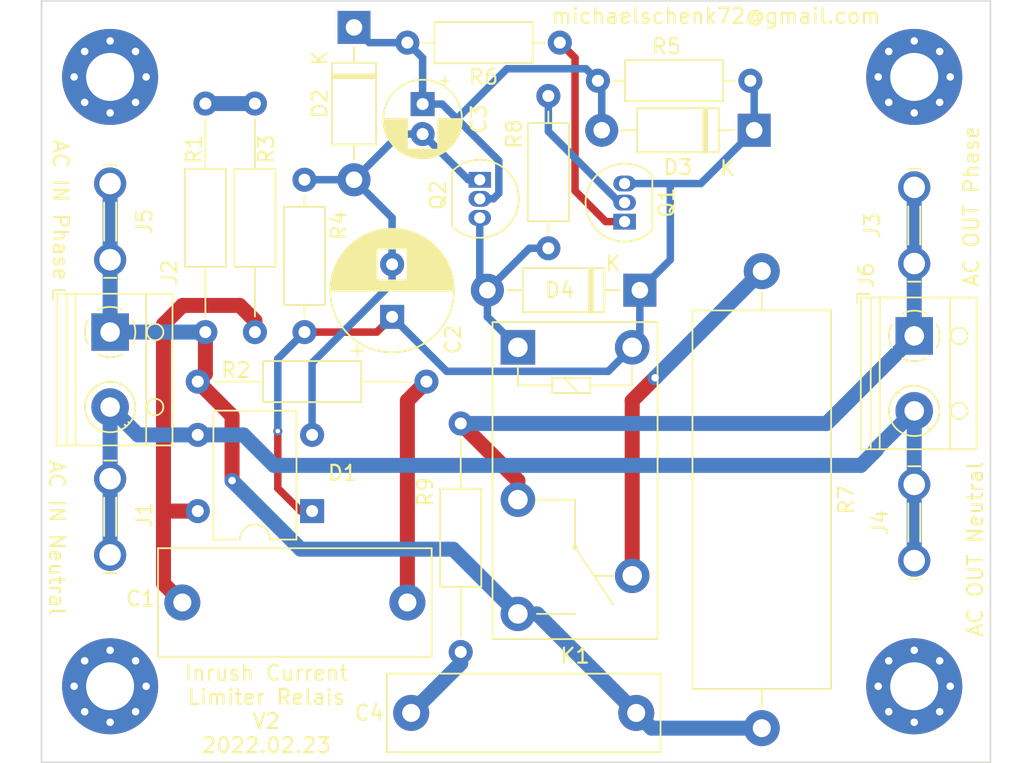
<source format=kicad_pcb>
(kicad_pcb (version 20211014) (generator pcbnew)
  (layers (0 "F.Cu" signal) (31 "B.Cu" signal) (34 "B.Paste" user) (35 "F.Paste" user) (36 "B.SilkS" user "B.Silkscreen") (37 "F.SilkS" user "F.Silkscreen") (38 "B.Mask" user) (39 "F.Mask" user) (44 "Edge.Cuts" user))
  (net 0 "")
  (net 1 "Net-(C1-Pad1)")
  (net 2 "Net-(C1-Pad2)")
  (net 3 "Net-(D1-Pad2)")
  (net 4 "Net-(K1-Pad5)")
  (net 5 "Net-(Q2-Pad2)")
  (net 6 "Net-(K1-Pad3)")
  (net 7 "Net-(C4-Pad2)")
  (net 8 "Net-(J6-Pad2)")
  (net 9 "Net-(K1-Pad1)")
  (net 10 "Net-(K1-Pad2)")
  (net 11 "Net-(K1-Pad4)")
  (net 12 "Net-(Q1-Pad1)")
  (net 13 "Net-(Q1-Pad2)")
  (net 14 "Net-(R3-Pad1)")
  (footprint "Diode_THT:D_DO-41_SOD81_P10.16mm_Horizontal" (layer "F.Cu") (at 120.65 75.184 180)
    (fp_text reference "D4" (at 5.334 0) (layer "F.SilkS"))
    (fp_text value "1N4007")
    (fp_text user "K" (at 1.778 1.778) (layer "F.SilkS"))
    (pad "1" thru_hole rect (at 0 0 180) (size 2.2 2.2) (drill 1.1) (layers *.Cu *.Mask) (net 4 "Net-(K1-Pad5)"))
    (pad "2" thru_hole oval (at 10.16 0 180) (size 2.2 2.2) (drill 1.1) (layers *.Cu *.Mask) (net 9 "Net-(K1-Pad1)"))
  )
  (footprint "Resistor_THT:R_Axial_DIN0207_L6.3mm_D2.5mm_P15.24mm_Horizontal" (layer "F.Cu") (at 91.186 81.28)
    (fp_text reference "R2" (at 2.54 -0.762) (layer "F.SilkS"))
    (fp_text value "220R/1W")
    (pad "1" thru_hole circle (at 0 0) (size 1.6 1.6) (drill 0.8) (layers *.Cu *.Mask) (net 6 "Net-(K1-Pad3)"))
    (pad "2" thru_hole oval (at 15.24 0) (size 1.6 1.6) (drill 0.8) (layers *.Cu *.Mask) (net 1 "Net-(C1-Pad1)"))
  )
  (footprint "Capacitor_THT:CP_Radial_D5.0mm_P2.00mm" (layer "F.Cu") (at 106.172 62.77 -90)
    (fp_text reference "C3" (at 1 -3.75 90) (layer "F.SilkS"))
    (fp_text value "22uF/50V")
    (pad "1" thru_hole rect (at 0 0 270) (size 1.6 1.6) (drill 0.8) (layers *.Cu *.Mask) (net 5 "Net-(Q2-Pad2)"))
    (pad "2" thru_hole circle (at 2 0 270) (size 1.6 1.6) (drill 0.8) (layers *.Cu *.Mask) (net 3 "Net-(D1-Pad2)"))
  )
  (footprint "TerminalBlock_RND:TerminalBlock_RND_205-00012_1x02_P5.00mm_Horizontal" (layer "F.Cu") (at 85.344 77.978 -90)
    (fp_text reference "J2" (at -3.978 -3.956 90) (layer "F.SilkS"))
    (fp_text value "Screw_Terminal_01x02")
    (pad "1" thru_hole rect (at 0 0 270) (size 2.5 2.5) (drill 1.3) (layers *.Cu *.Mask) (net 6 "Net-(K1-Pad3)"))
    (pad "2" thru_hole circle (at 5 0 270) (size 2.5 2.5) (drill 1.3) (layers *.Cu *.Mask) (net 8 "Net-(J6-Pad2)"))
  )
  (footprint "kicad-snk:TE_62409-1" (layer "F.Cu") (at 138.938 90.678 90)
    (fp_text reference "J4" (at 0 -2.286 90) (layer "F.SilkS") (effects (font (size 1.001661 1.001661))))
    (fp_text value "Conn_01x02")
    (pad "1" thru_hole circle (at -2.54 0 90) (size 2.145 2.145) (drill 1.43) (layers *.Cu *.Mask) (net 8 "Net-(J6-Pad2)"))
    (pad "2" thru_hole circle (at 2.54 0 90) (size 2.145 2.145) (drill 1.43) (layers *.Cu *.Mask) (net 8 "Net-(J6-Pad2)"))
  )
  (footprint "Relay_THT:Relay_SPDT_Omron-G5Q-1" (layer "F.Cu") (at 112.522 78.994 -90)
    (fp_text reference "K1" (at 20.574 -3.81 180) (layer "F.SilkS"))
    (fp_text value "Omrom G5Q-1 DC24")
    (pad "1" thru_hole rect (at 0 0 90) (size 2.3 2.3) (drill 1.3) (layers *.Cu *.Mask) (net 9 "Net-(K1-Pad1)"))
    (pad "2" thru_hole circle (at 10.16 0 90) (size 2.3 2.3) (drill 1.3) (layers *.Cu *.Mask) (net 10 "Net-(K1-Pad2)"))
    (pad "3" thru_hole circle (at 17.78 0 90) (size 2.3 2.3) (drill 1.3) (layers *.Cu *.Mask) (net 6 "Net-(K1-Pad3)"))
    (pad "4" thru_hole circle (at 15.24 -7.62 90) (size 2.3 2.3) (drill 1.3) (layers *.Cu *.Mask) (net 11 "Net-(K1-Pad4)"))
    (pad "5" thru_hole circle (at 0 -7.62 90) (size 2.3 2.3) (drill 1.3) (layers *.Cu *.Mask) (net 4 "Net-(K1-Pad5)"))
  )
  (footprint "kicad-snk:TE_62409-1" (layer "F.Cu") (at 85.344 90.297 -90)
    (fp_text reference "J1" (at -0.127 -2.286 90) (layer "F.SilkS") (effects (font (size 1.001661 1.001661))))
    (fp_text value "Conn_01x02")
    (pad "1" thru_hole circle (at -2.54 0 270) (size 2.145 2.145) (drill 1.43) (layers *.Cu *.Mask) (net 8 "Net-(J6-Pad2)"))
    (pad "2" thru_hole circle (at 2.54 0 270) (size 2.145 2.145) (drill 1.43) (layers *.Cu *.Mask) (net 8 "Net-(J6-Pad2)"))
  )
  (footprint "Resistor_THT:R_Axial_DIN0207_L6.3mm_D2.5mm_P10.16mm_Horizontal" (layer "F.Cu") (at 114.554 62.23 -90)
    (fp_text reference "R8" (at 2.54 2.286 90) (layer "F.SilkS"))
    (fp_text value "22k")
    (pad "1" thru_hole circle (at 0 0 270) (size 1.6 1.6) (drill 0.8) (layers *.Cu *.Mask) (net 13 "Net-(Q1-Pad2)"))
    (pad "2" thru_hole oval (at 10.16 0 270) (size 1.6 1.6) (drill 0.8) (layers *.Cu *.Mask) (net 9 "Net-(K1-Pad1)"))
  )
  (footprint "kicad-snk:TE_62409-1" (layer "F.Cu") (at 138.938 70.866 -90)
    (fp_text reference "J3" (at 0 2.794 90) (layer "F.SilkS") (effects (font (size 1.001661 1.001661))))
    (fp_text value "Conn_01x02")
    (pad "1" thru_hole circle (at -2.54 0 270) (size 2.145 2.145) (drill 1.43) (layers *.Cu *.Mask) (net 10 "Net-(K1-Pad2)"))
    (pad "2" thru_hole circle (at 2.54 0 270) (size 2.145 2.145) (drill 1.43) (layers *.Cu *.Mask) (net 10 "Net-(K1-Pad2)"))
  )
  (footprint "MountingHole:MountingHole_3.2mm_M3_Pad_Via" (layer "F.Cu") (at 85.344 60.96)
    (fp_text reference "MK1" hide)
    (fp_text value "Mounting_Hole_PAD")
    (pad "1" thru_hole circle (at 0 2.4) (size 0.8 0.8) (drill 0.5) (layers *.Cu *.Mask))
    (pad "1" thru_hole circle (at -2.4 0) (size 0.8 0.8) (drill 0.5) (layers *.Cu *.Mask))
    (pad "1" thru_hole circle (at 0 0) (size 6.4 6.4) (drill 3.2) (layers *.Cu *.Mask))
    (pad "1" thru_hole circle (at -1.697056 1.697056) (size 0.8 0.8) (drill 0.5) (layers *.Cu *.Mask))
    (pad "1" thru_hole circle (at 0 -2.4) (size 0.8 0.8) (drill 0.5) (layers *.Cu *.Mask))
    (pad "1" thru_hole circle (at 1.697056 1.697056) (size 0.8 0.8) (drill 0.5) (layers *.Cu *.Mask))
    (pad "1" thru_hole circle (at 1.697056 -1.697056) (size 0.8 0.8) (drill 0.5) (layers *.Cu *.Mask))
    (pad "1" thru_hole circle (at -1.697056 -1.697056) (size 0.8 0.8) (drill 0.5) (layers *.Cu *.Mask))
    (pad "1" thru_hole circle (at 2.4 0) (size 0.8 0.8) (drill 0.5) (layers *.Cu *.Mask))
  )
  (footprint "Package_TO_SOT_THT:TO-92_Inline" (layer "F.Cu") (at 119.634 70.612 90)
    (fp_text reference "Q1" (at 1.27 2.794 90) (layer "F.SilkS"))
    (fp_text value "BC559")
    (pad "1" thru_hole rect (at 0 0 90) (size 1.05 1.5) (drill 0.75) (layers *.Cu *.Mask) (net 12 "Net-(Q1-Pad1)"))
    (pad "2" thru_hole oval (at 1.27 0 90) (size 1.05 1.5) (drill 0.75) (layers *.Cu *.Mask) (net 13 "Net-(Q1-Pad2)"))
    (pad "3" thru_hole oval (at 2.54 0 90) (size 1.05 1.5) (drill 0.75) (layers *.Cu *.Mask) (net 4 "Net-(K1-Pad5)"))
  )
  (footprint "Package_TO_SOT_THT:TO-92_Inline" (layer "F.Cu") (at 109.982 67.818 -90)
    (fp_text reference "Q2" (at 1.016 2.794 90) (layer "F.SilkS"))
    (fp_text value "2N7000")
    (pad "1" thru_hole rect (at 0 0 270) (size 1.05 1.5) (drill 0.75) (layers *.Cu *.Mask) (net 3 "Net-(D1-Pad2)"))
    (pad "2" thru_hole oval (at 1.27 0 270) (size 1.05 1.5) (drill 0.75) (layers *.Cu *.Mask) (net 5 "Net-(Q2-Pad2)"))
    (pad "3" thru_hole oval (at 2.54 0 270) (size 1.05 1.5) (drill 0.75) (layers *.Cu *.Mask) (net 9 "Net-(K1-Pad1)"))
  )
  (footprint "Resistor_THT:R_Axial_DIN0207_L6.3mm_D2.5mm_P10.16mm_Horizontal" (layer "F.Cu") (at 105.156 58.674)
    (fp_text reference "R6" (at 5.08 2.286) (layer "F.SilkS"))
    (fp_text value "220R")
    (pad "1" thru_hole circle (at 0 0) (size 1.6 1.6) (drill 0.8) (layers *.Cu *.Mask) (net 5 "Net-(Q2-Pad2)"))
    (pad "2" thru_hole oval (at 10.16 0) (size 1.6 1.6) (drill 0.8) (layers *.Cu *.Mask) (net 12 "Net-(Q1-Pad1)"))
  )
  (footprint "TerminalBlock_RND:TerminalBlock_RND_205-00012_1x02_P5.00mm_Horizontal" (layer "F.Cu") (at 138.938 78.232 -90)
    (fp_text reference "J6" (at -4.032 3.188 90) (layer "F.SilkS"))
    (fp_text value "Screw_Terminal_01x02")
    (pad "1" thru_hole rect (at 0 0 270) (size 2.5 2.5) (drill 1.3) (layers *.Cu *.Mask) (net 10 "Net-(K1-Pad2)"))
    (pad "2" thru_hole circle (at 5 0 270) (size 2.5 2.5) (drill 1.3) (layers *.Cu *.Mask) (net 8 "Net-(J6-Pad2)"))
  )
  (footprint "MountingHole:MountingHole_3.2mm_M3_Pad_Via" (layer "F.Cu") (at 138.938 60.96)
    (fp_text reference "MK4" hide)
    (fp_text value "Mounting_Hole_PAD")
    (pad "1" thru_hole circle (at -1.697056 -1.697056) (size 0.8 0.8) (drill 0.5) (layers *.Cu *.Mask))
    (pad "1" thru_hole circle (at 0 2.4) (size 0.8 0.8) (drill 0.5) (layers *.Cu *.Mask))
    (pad "1" thru_hole circle (at 2.4 0) (size 0.8 0.8) (drill 0.5) (layers *.Cu *.Mask))
    (pad "1" thru_hole circle (at -2.4 0) (size 0.8 0.8) (drill 0.5) (layers *.Cu *.Mask))
    (pad "1" thru_hole circle (at -1.697056 1.697056) (size 0.8 0.8) (drill 0.5) (layers *.Cu *.Mask))
    (pad "1" thru_hole circle (at 1.697056 1.697056) (size 0.8 0.8) (drill 0.5) (layers *.Cu *.Mask))
    (pad "1" thru_hole circle (at 0 -2.4) (size 0.8 0.8) (drill 0.5) (layers *.Cu *.Mask))
    (pad "1" thru_hole circle (at 0 0) (size 6.4 6.4) (drill 3.2) (layers *.Cu *.Mask))
    (pad "1" thru_hole circle (at 1.697056 -1.697056) (size 0.8 0.8) (drill 0.5) (layers *.Cu *.Mask))
  )
  (footprint "Capacitor_THT:CP_Radial_D8.0mm_P3.50mm" (layer "F.Cu") (at 104.14 76.962 90)
    (fp_text reference "C2" (at -1.524 4.064 90) (layer "F.SilkS"))
    (fp_text value "100uF/50V")
    (pad "1" thru_hole rect (at 0 0 90) (size 1.6 1.6) (drill 0.8) (layers *.Cu *.Mask) (net 4 "Net-(K1-Pad5)"))
    (pad "2" thru_hole circle (at 3.5 0 90) (size 1.6 1.6) (drill 0.8) (layers *.Cu *.Mask) (net 3 "Net-(D1-Pad2)"))
  )
  (footprint "Diode_THT:Diode_Bridge_DIP-4_W7.62mm_P5.08mm" (layer "F.Cu") (at 98.806 89.916 180)
    (fp_text reference "D1" (at -2.032 2.54) (layer "F.SilkS"))
    (fp_text value "DF04M")
    (pad "1" thru_hole rect (at 0 0 180) (size 1.6 1.6) (drill 0.8) (layers *.Cu *.Mask) (net 4 "Net-(K1-Pad5)"))
    (pad "2" thru_hole oval (at 0 5.08 180) (size 1.6 1.6) (drill 0.8) (layers *.Cu *.Mask) (net 3 "Net-(D1-Pad2)"))
    (pad "3" thru_hole oval (at 7.62 5.08 180) (size 1.6 1.6) (drill 0.8) (layers *.Cu *.Mask) (net 8 "Net-(J6-Pad2)"))
    (pad "4" thru_hole oval (at 7.62 0 180) (size 1.6 1.6) (drill 0.8) (layers *.Cu *.Mask) (net 2 "Net-(C1-Pad2)"))
  )
  (footprint "Resistor_THT:R_Axial_DIN0207_L6.3mm_D2.5mm_P10.16mm_Horizontal" (layer "F.Cu") (at 98.298 77.978 90)
    (fp_text reference "R4" (at 7.112 2.286 90) (layer "F.SilkS"))
    (fp_text value "3k9")
    (pad "1" thru_hole circle (at 0 0 90) (size 1.6 1.6) (drill 0.8) (layers *.Cu *.Mask) (net 4 "Net-(K1-Pad5)"))
    (pad "2" thru_hole oval (at 10.16 0 90) (size 1.6 1.6) (drill 0.8) (layers *.Cu *.Mask) (net 3 "Net-(D1-Pad2)"))
  )
  (footprint "Capacitor_THT:C_Rect_L18.0mm_W7.0mm_P15.00mm_FKS3_FKP3" (layer "F.Cu") (at 105.156 96.012 180)
    (fp_text reference "C1" (at 17.78 0.254) (layer "F.SilkS"))
    (fp_text value "220nF/X2")
    (pad "1" thru_hole circle (at 0 0 180) (size 2.4 2.4) (drill 1.2) (layers *.Cu *.Mask) (net 1 "Net-(C1-Pad1)"))
    (pad "2" thru_hole circle (at 15 0 180) (size 2.4 2.4) (drill 1.2) (layers *.Cu *.Mask) (net 2 "Net-(C1-Pad2)"))
  )
  (footprint "Resistor_THT:R_Axial_DIN0207_L6.3mm_D2.5mm_P10.16mm_Horizontal" (layer "F.Cu") (at 128.016 61.214 180)
    (fp_text reference "R5" (at 5.588 2.286) (layer "F.SilkS"))
    (fp_text value "100k")
    (pad "1" thru_hole circle (at 0 0 180) (size 1.6 1.6) (drill 0.8) (layers *.Cu *.Mask) (net 4 "Net-(K1-Pad5)"))
    (pad "2" thru_hole oval (at 10.16 0 180) (size 1.6 1.6) (drill 0.8) (layers *.Cu *.Mask) (net 5 "Net-(Q2-Pad2)"))
  )
  (footprint "Resistor_THT:R_Axial_DIN0207_L6.3mm_D2.5mm_P15.24mm_Horizontal" (layer "F.Cu") (at 94.996 62.738 -90)
    (fp_text reference "R3" (at 3.048 -0.762 -90) (layer "F.SilkS"))
    (fp_text value "270k/1W")
    (pad "1" thru_hole circle (at 0 0 270) (size 1.6 1.6) (drill 0.8) (layers *.Cu *.Mask) (net 14 "Net-(R3-Pad1)"))
    (pad "2" thru_hole oval (at 15.24 0 270) (size 1.6 1.6) (drill 0.8) (layers *.Cu *.Mask) (net 2 "Net-(C1-Pad2)"))
  )
  (footprint "Diode_THT:D_DO-41_SOD81_P10.16mm_Horizontal" (layer "F.Cu") (at 128.27 64.516 180)
    (fp_text reference "D3" (at 5.08 -2.47) (layer "F.SilkS"))
    (fp_text value "1N4007")
    (fp_text user "K" (at 1.778 -2.54) (layer "F.SilkS"))
    (pad "1" thru_hole rect (at 0 0 180) (size 2.2 2.2) (drill 1.1) (layers *.Cu *.Mask) (net 4 "Net-(K1-Pad5)"))
    (pad "2" thru_hole oval (at 10.16 0 180) (size 2.2 2.2) (drill 1.1) (layers *.Cu *.Mask) (net 5 "Net-(Q2-Pad2)"))
  )
  (footprint "kicad-snk:TE_62409-1" (layer "F.Cu") (at 85.344 70.612 90)
    (fp_text reference "J5" (at 0 2.286 270) (layer "F.SilkS") (effects (font (size 1.001661 1.001661))))
    (fp_text value "Conn_01x02")
    (pad "1" thru_hole circle (at -2.54 0 90) (size 2.145 2.145) (drill 1.43) (layers *.Cu *.Mask) (net 6 "Net-(K1-Pad3)"))
    (pad "2" thru_hole circle (at 2.54 0 90) (size 2.145 2.145) (drill 1.43) (layers *.Cu *.Mask) (net 6 "Net-(K1-Pad3)"))
  )
  (footprint "Capacitor_THT:C_Rect_L18.0mm_W5.0mm_P15.00mm_FKS3_FKP3" (layer "F.Cu") (at 120.41 103.378 180)
    (fp_text reference "C4" (at 17.794 0) (layer "F.SilkS"))
    (fp_text value "100nF/X2")
    (pad "1" thru_hole circle (at 0 0 180) (size 2.4 2.4) (drill 1.2) (layers *.Cu *.Mask) (net 6 "Net-(K1-Pad3)"))
    (pad "2" thru_hole circle (at 15 0 180) (size 2.4 2.4) (drill 1.2) (layers *.Cu *.Mask) (net 7 "Net-(C4-Pad2)"))
  )
  (footprint "Resistor_THT:R_Axial_Power_L25.0mm_W9.0mm_P30.48mm" (layer "F.Cu") (at 128.778 73.914 -90)
    (fp_text reference "R7" (at 15.24 -5.62 90) (layer "F.SilkS"))
    (fp_text value "100R/5W")
    (pad "1" thru_hole circle (at 0 0 270) (size 2.4 2.4) (drill 1.2) (layers *.Cu *.Mask) (net 11 "Net-(K1-Pad4)"))
    (pad "2" thru_hole oval (at 30.48 0 270) (size 2.4 2.4) (drill 1.2) (layers *.Cu *.Mask) (net 6 "Net-(K1-Pad3)"))
  )
  (footprint "Resistor_THT:R_Axial_DIN0207_L6.3mm_D2.5mm_P15.24mm_Horizontal" (layer "F.Cu") (at 108.712 99.314 90)
    (fp_text reference "R9" (at 10.668 -2.37 90) (layer "F.SilkS"))
    (fp_text value "100R/1W")
    (pad "1" thru_hole circle (at 0 0 90) (size 1.6 1.6) (drill 0.8) (layers *.Cu *.Mask) (net 7 "Net-(C4-Pad2)"))
    (pad "2" thru_hole oval (at 15.24 0 90) (size 1.6 1.6) (drill 0.8) (layers *.Cu *.Mask) (net 10 "Net-(K1-Pad2)"))
  )
  (footprint "Resistor_THT:R_Axial_DIN0207_L6.3mm_D2.5mm_P15.24mm_Horizontal" (layer "F.Cu") (at 91.694 77.978 90)
    (fp_text reference "R1" (at 12.192 -0.762 90) (layer "F.SilkS"))
    (fp_text value "270k/1W")
    (pad "1" thru_hole circle (at 0 0 90) (size 1.6 1.6) (drill 0.8) (layers *.Cu *.Mask) (net 6 "Net-(K1-Pad3)"))
    (pad "2" thru_hole oval (at 15.24 0 90) (size 1.6 1.6) (drill 0.8) (layers *.Cu *.Mask) (net 14 "Net-(R3-Pad1)"))
  )
  (footprint "MountingHole:MountingHole_3.2mm_M3_Pad_Via" (layer "F.Cu") (at 138.938 101.6)
    (fp_text reference "MK3" hide)
    (fp_text value "Mounting_Hole_PAD")
    (pad "1" thru_hole circle (at 2.4 0) (size 0.8 0.8) (drill 0.5) (layers *.Cu *.Mask))
    (pad "1" thru_hole circle (at -2.4 0) (size 0.8 0.8) (drill 0.5) (layers *.Cu *.Mask))
    (pad "1" thru_hole circle (at -1.697056 -1.697056) (size 0.8 0.8) (drill 0.5) (layers *.Cu *.Mask))
    (pad "1" thru_hole circle (at -1.697056 1.697056) (size 0.8 0.8) (drill 0.5) (layers *.Cu *.Mask))
    (pad "1" thru_hole circle (at 1.697056 -1.697056) (size 0.8 0.8) (drill 0.5) (layers *.Cu *.Mask))
    (pad "1" thru_hole circle (at 0 0) (size 6.4 6.4) (drill 3.2) (layers *.Cu *.Mask))
    (pad "1" thru_hole circle (at 1.697056 1.697056) (size 0.8 0.8) (drill 0.5) (layers *.Cu *.Mask))
    (pad "1" thru_hole circle (at 0 -2.4) (size 0.8 0.8) (drill 0.5) (layers *.Cu *.Mask))
    (pad "1" thru_hole circle (at 0 2.4) (size 0.8 0.8) (drill 0.5) (layers *.Cu *.Mask))
  )
  (footprint "MountingHole:MountingHole_3.2mm_M3_Pad_Via" (layer "F.Cu") (at 85.344 101.6)
    (fp_text reference "MK2" hide)
    (fp_text value "Mounting_Hole_PAD")
    (pad "1" thru_hole circle (at -1.697056 1.697056) (size 0.8 0.8) (drill 0.5) (layers *.Cu *.Mask))
    (pad "1" thru_hole circle (at 1.697056 1.697056) (size 0.8 0.8) (drill 0.5) (layers *.Cu *.Mask))
    (pad "1" thru_hole circle (at 1.697056 -1.697056) (size 0.8 0.8) (drill 0.5) (layers *.Cu *.Mask))
    (pad "1" thru_hole circle (at 0 -2.4) (size 0.8 0.8) (drill 0.5) (layers *.Cu *.Mask))
    (pad "1" thru_hole circle (at 0 0) (size 6.4 6.4) (drill 3.2) (layers *.Cu *.Mask))
    (pad "1" thru_hole circle (at 0 2.4) (size 0.8 0.8) (drill 0.5) (layers *.Cu *.Mask))
    (pad "1" thru_hole circle (at 2.4 0) (size 0.8 0.8) (drill 0.5) (layers *.Cu *.Mask))
    (pad "1" thru_hole circle (at -2.4 0) (size 0.8 0.8) (drill 0.5) (layers *.Cu *.Mask))
    (pad "1" thru_hole circle (at -1.697056 -1.697056) (size 0.8 0.8) (drill 0.5) (layers *.Cu *.Mask))
  )
  (footprint "Diode_THT:D_DO-41_SOD81_P10.16mm_Horizontal" (layer "F.Cu") (at 101.6 57.658 -90)
    (fp_text reference "D2" (at 5.08 2.286 -270) (layer "F.SilkS"))
    (fp_text value "1N4742A/12V")
    (fp_text user "K" (at 2.032 2.286 -270) (layer "F.SilkS"))
    (pad "1" thru_hole rect (at 0 0 270) (size 2.2 2.2) (drill 1.1) (layers *.Cu *.Mask) (net 5 "Net-(Q2-Pad2)"))
    (pad "2" thru_hole oval (at 10.16 0 270) (size 2.2 2.2) (drill 1.1) (layers *.Cu *.Mask) (net 3 "Net-(D1-Pad2)"))
  )
  (gr_rect (start 80.772 55.88) (end 144.018 106.68) (layer "Edge.Cuts") (width 0.1) (fill none))
  (gr_text "Inrush Current\nLimiter Relais\nV2\n2022.02.23" (at 95.758 103.124) (layer "F.SilkS") (effects (font (size 1 1))))
  (gr_text "michaelschenk72@gmail.com" (at 125.73 56.896) (layer "F.SilkS") (effects (font (size 1 1))))
  (gr_text "AC IN Phase" (at 82.042 69.85 270) (layer "F.SilkS") (effects (font (size 1 1))))
  (gr_text "AC OUT Phase" (at 142.748 69.596 90) (layer "F.SilkS") (effects (font (size 1 1))))
  (gr_text "AC IN Neutral" (at 81.788 91.694 270) (layer "F.SilkS") (effects (font (size 1 1))))
  (gr_text "AC OUT Neutral" (at 143.002 92.456 90) (layer "F.SilkS") (effects (font (size 1 1))))
  (segment (start 105.156 82.55) (end 106.426 81.28) (width 1) (layer "F.Cu") (net 1))
  (segment (start 105.156 96.012) (end 105.156 82.55) (width 1) (layer "F.Cu") (net 1))
  (segment (start 90.156 96.012) (end 88.9 94.756) (width 1) (layer "F.Cu") (net 2))
  (segment (start 88.9 89.916) (end 88.9 77.47) (width 1) (layer "F.Cu") (net 2))
  (segment (start 94.996 77.216) (end 94.996 77.978) (width 1) (layer "F.Cu") (net 2))
  (segment (start 88.9 94.756) (end 88.9 89.916) (width 1) (layer "F.Cu") (net 2))
  (segment (start 90.17 76.2) (end 93.98 76.2) (width 1) (layer "F.Cu") (net 2))
  (segment (start 93.98 76.2) (end 94.996 77.216) (width 1) (layer "F.Cu") (net 2))
  (segment (start 88.9 77.47) (end 90.17 76.2) (width 1) (layer "F.Cu") (net 2))
  (segment (start 91.186 89.916) (end 88.9 89.916) (width 1) (layer "F.Cu") (net 2))
  (segment (start 98.806 84.836) (end 98.806 80.030489) (width 0.5) (layer "B.Cu") (net 3))
  (segment (start 104.14 73.462) (end 104.14 70.358) (width 0.5) (layer "B.Cu") (net 3))
  (segment (start 101.6 67.818) (end 104.648 64.77) (width 0.5) (layer "B.Cu") (net 3))
  (segment (start 104.14 74.696489) (end 104.14 73.462) (width 0.5) (layer "B.Cu") (net 3))
  (segment (start 109.982 67.818) (end 109.22 67.818) (width 0.5) (layer "B.Cu") (net 3))
  (segment (start 104.14 70.358) (end 101.6 67.818) (width 0.5) (layer "B.Cu") (net 3))
  (segment (start 98.298 67.818) (end 101.6 67.818) (width 0.5) (layer "B.Cu") (net 3))
  (segment (start 104.648 64.77) (end 106.172 64.77) (width 0.5) (layer "B.Cu") (net 3))
  (segment (start 98.806 80.030489) (end 104.14 74.696489) (width 0.5) (layer "B.Cu") (net 3))
  (segment (start 109.22 67.818) (end 106.172 64.77) (width 0.5) (layer "B.Cu") (net 3))
  (segment (start 98.044 89.916) (end 98.806 89.916) (width 0.5) (layer "F.Cu") (net 4))
  (segment (start 98.298 77.978) (end 103.124 77.978) (width 0.5) (layer "F.Cu") (net 4))
  (segment (start 103.124 77.978) (end 104.14 76.962) (width 0.5) (layer "F.Cu") (net 4))
  (segment (start 96.52 84.582) (end 96.52 88.392) (width 0.5) (layer "F.Cu") (net 4))
  (segment (start 96.52 88.392) (end 98.044 89.916) (width 0.5) (layer "F.Cu") (net 4))
  (via (at 96.52 84.582) (size 0.6) (drill 0.3) (layers "F.Cu" "B.Cu") (net 4))
  (segment (start 120.65 78.486) (end 120.142 78.994) (width 0.5) (layer "B.Cu") (net 4))
  (segment (start 96.52 80.772) (end 96.52 84.582) (width 0.5) (layer "B.Cu") (net 4))
  (segment (start 124.714 68.072) (end 128.27 64.516) (width 0.5) (layer "B.Cu") (net 4))
  (segment (start 122.682 73.152) (end 122.682 68.072) (width 0.5) (layer "B.Cu") (net 4))
  (segment (start 98.298 77.978) (end 96.52 79.756) (width 0.5) (layer "B.Cu") (net 4))
  (segment (start 96.52 79.756) (end 96.52 80.772) (width 0.5) (layer "B.Cu") (net 4))
  (segment (start 104.14 76.962) (end 107.771511 80.593511) (width 0.5) (layer "B.Cu") (net 4))
  (segment (start 128.27 64.516) (end 128.27 61.468) (width 0.5) (layer "B.Cu") (net 4))
  (segment (start 122.682 68.072) (end 124.714 68.072) (width 0.5) (layer "B.Cu") (net 4))
  (segment (start 119.634 68.072) (end 122.682 68.072) (width 0.5) (layer "B.Cu") (net 4))
  (segment (start 107.771511 80.593511) (end 118.542489 80.593511) (width 0.5) (layer "B.Cu") (net 4))
  (segment (start 120.65 75.184) (end 122.682 73.152) (width 0.5) (layer "B.Cu") (net 4))
  (segment (start 128.27 61.468) (end 128.016 61.214) (width 0.5) (layer "B.Cu") (net 4))
  (segment (start 118.542489 80.593511) (end 120.142 78.994) (width 0.5) (layer "B.Cu") (net 4))
  (segment (start 120.65 75.184) (end 120.65 78.486) (width 0.5) (layer "B.Cu") (net 4))
  (segment (start 117.856 61.214) (end 117.056001 60.414001) (width 0.5) (layer "B.Cu") (net 5))
  (segment (start 111.252 66.55) (end 107.472 62.77) (width 0.5) (layer "B.Cu") (net 5))
  (segment (start 109.982 69.088) (end 110.886022 69.088) (width 0.5) (layer "B.Cu") (net 5))
  (segment (start 110.886022 69.088) (end 111.252 68.722022) (width 0.5) (layer "B.Cu") (net 5))
  (segment (start 118.11 61.468) (end 117.856 61.214) (width 0.5) (layer "B.Cu") (net 5))
  (segment (start 106.172 62.77) (end 106.172 59.69) (width 0.5) (layer "B.Cu") (net 5))
  (segment (start 111.252 68.722022) (end 111.252 66.55) (width 0.5) (layer "B.Cu") (net 5))
  (segment (start 102.616 58.674) (end 101.6 57.658) (width 0.5) (layer "B.Cu") (net 5))
  (segment (start 117.056001 60.414001) (end 111.797999 60.414001) (width 0.5) (layer "B.Cu") (net 5))
  (segment (start 107.472 62.77) (end 106.172 62.77) (width 0.5) (layer "B.Cu") (net 5))
  (segment (start 111.797999 60.414001) (end 108.457 63.755) (width 0.5) (layer "B.Cu") (net 5))
  (segment (start 106.172 59.69) (end 105.156 58.674) (width 0.5) (layer "B.Cu") (net 5))
  (segment (start 118.11 64.516) (end 118.11 61.468) (width 0.5) (layer "B.Cu") (net 5))
  (segment (start 105.156 58.674) (end 102.616 58.674) (width 0.5) (layer "B.Cu") (net 5))
  (segment (start 91.186 81.28) (end 93.472 83.566) (width 1) (layer "F.Cu") (net 6))
  (segment (start 91.694 80.772) (end 91.186 81.28) (width 1) (layer "F.Cu") (net 6))
  (segment (start 91.694 77.978) (end 91.694 80.772) (width 1) (layer "F.Cu") (net 6))
  (segment (start 93.472 83.566) (end 93.472 87.884) (width 1) (layer "F.Cu") (net 6))
  (via (at 93.472 87.884) (size 1) (drill 0.5) (layers "F.Cu" "B.Cu") (net 6))
  (segment (start 93.472 87.884) (end 98.044 92.456) (width 1) (layer "B.Cu") (net 6))
  (segment (start 121.426 104.394) (end 120.41 103.378) (width 1) (layer "B.Cu") (net 6))
  (segment (start 98.044 92.456) (end 108.204 92.456) (width 1) (layer "B.Cu") (net 6))
  (segment (start 85.344 77.978) (end 91.694 77.978) (width 1) (layer "B.Cu") (net 6))
  (segment (start 85.344 73.152) (end 85.344 68.072) (width 1) (layer "B.Cu") (net 6))
  (segment (start 85.344 77.978) (end 85.344 73.152) (width 1) (layer "B.Cu") (net 6))
  (segment (start 120.41 103.378) (end 113.806 96.774) (width 1) (layer "B.Cu") (net 6))
  (segment (start 108.204 92.456) (end 112.522 96.774) (width 1) (layer "B.Cu") (net 6))
  (segment (start 113.806 96.774) (end 112.522 96.774) (width 1) (layer "B.Cu") (net 6))
  (segment (start 128.778 104.394) (end 121.426 104.394) (width 1) (layer "B.Cu") (net 6))
  (segment (start 108.712 100.076) (end 105.41 103.378) (width 1) (layer "B.Cu") (net 7))
  (segment (start 108.712 99.314) (end 108.712 100.076) (width 1) (layer "B.Cu") (net 7))
  (segment (start 96.266 86.868) (end 135.382 86.868) (width 1) (layer "B.Cu") (net 8))
  (segment (start 85.344 82.978) (end 85.344 87.757) (width 1) (layer "B.Cu") (net 8))
  (segment (start 136.398 85.852) (end 136.398 85.772) (width 1) (layer "B.Cu") (net 8))
  (segment (start 94.234 84.836) (end 96.266 86.868) (width 1) (layer "B.Cu") (net 8))
  (segment (start 135.382 86.868) (end 136.398 85.852) (width 1) (layer "B.Cu") (net 8))
  (segment (start 87.202 84.836) (end 85.344 82.978) (width 1) (layer "B.Cu") (net 8))
  (segment (start 91.186 84.836) (end 94.234 84.836) (width 1) (layer "B.Cu") (net 8))
  (segment (start 138.938 88.138) (end 138.938 83.232) (width 1) (layer "B.Cu") (net 8))
  (segment (start 91.186 84.836) (end 87.202 84.836) (width 1) (layer "B.Cu") (net 8))
  (segment (start 85.344 87.757) (end 85.344 92.837) (width 1) (layer "B.Cu") (net 8))
  (segment (start 136.398 85.772) (end 138.938 83.232) (width 1) (layer "B.Cu") (net 8))
  (segment (start 138.938 93.218) (end 138.938 88.138) (width 1) (layer "B.Cu") (net 8))
  (segment (start 110.49 75.184) (end 110.49 76.962) (width 0.5) (layer "B.Cu") (net 9))
  (segment (start 109.982 74.676) (end 110.49 75.184) (width 0.5) (layer "B.Cu") (net 9))
  (segment (start 110.49 76.962) (end 112.522 78.994) (width 0.5) (layer "B.Cu") (net 9))
  (segment (start 109.982 70.358) (end 109.982 74.676) (width 0.5) (layer "B.Cu") (net 9))
  (segment (start 114.554 72.39) (end 113.284 72.39) (width 0.5) (layer "B.Cu") (net 9))
  (segment (start 113.284 72.39) (end 110.49 75.184) (width 0.5) (layer "B.Cu") (net 9))
  (segment (start 112.522 87.884) (end 108.712 84.074) (width 1) (layer "F.Cu") (net 10))
  (segment (start 112.522 89.154) (end 112.522 87.884) (width 1) (layer "F.Cu") (net 10))
  (segment (start 138.938 73.406) (end 138.938 68.326) (width 1) (layer "B.Cu") (net 10))
  (segment (start 133.096 84.074) (end 138.938 78.232) (width 1) (layer "B.Cu") (net 10))
  (segment (start 138.938 78.232) (end 138.938 73.406) (width 1) (layer "B.Cu") (net 10))
  (segment (start 108.712 84.074) (end 133.096 84.074) (width 1) (layer "B.Cu") (net 10))
  (segment (start 120.142 82.55) (end 121.666 81.026) (width 1) (layer "F.Cu") (net 11))
  (segment (start 120.142 94.234) (end 120.142 82.55) (width 1) (layer "F.Cu") (net 11))
  (via (at 121.666 81.026) (size 1) (drill 0.5) (layers "F.Cu" "B.Cu") (net 11))
  (segment (start 121.666 81.026) (end 128.778 73.914) (width 1) (layer "B.Cu") (net 11))
  (segment (start 116.332 68.56) (end 118.384 70.612) (width 0.5) (layer "F.Cu") (net 12))
  (segment (start 116.332 59.69) (end 116.332 68.56) (width 0.5) (layer "F.Cu") (net 12))
  (segment (start 118.384 70.612) (end 119.634 70.612) (width 0.5) (layer "F.Cu") (net 12))
  (segment (start 115.316 58.674) (end 116.332 59.69) (width 0.5) (layer "F.Cu") (net 12))
  (segment (start 114.554 64.595179) (end 119.300821 69.342) (width 0.5) (layer "B.Cu") (net 13))
  (segment (start 114.554 62.23) (end 114.554 64.595179) (width 0.5) (layer "B.Cu") (net 13))
  (segment (start 119.300821 69.342) (end 119.634 69.342) (width 0.5) (layer "B.Cu") (net 13))
  (segment (start 91.694 62.738) (end 94.996 62.738) (width 1) (layer "B.Cu") (net 14))
)
</source>
